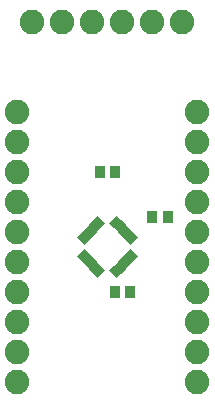
<source format=gts>
G04*
G04 #@! TF.GenerationSoftware,Altium Limited,Altium Designer,24.5.2 (23)*
G04*
G04 Layer_Color=8388736*
%FSLAX44Y44*%
%MOMM*%
G71*
G04*
G04 #@! TF.SameCoordinates,744F509C-48B8-48A5-B679-473435836381*
G04*
G04*
G04 #@! TF.FilePolarity,Negative*
G04*
G01*
G75*
%ADD14R,0.9032X1.1032*%
G04:AMPARAMS|DCode=15|XSize=0.9332mm|YSize=0.5032mm|CornerRadius=0mm|HoleSize=0mm|Usage=FLASHONLY|Rotation=45.000|XOffset=0mm|YOffset=0mm|HoleType=Round|Shape=Rectangle|*
%AMROTATEDRECTD15*
4,1,4,-0.1520,-0.5079,-0.5079,-0.1520,0.1520,0.5079,0.5079,0.1520,-0.1520,-0.5079,0.0*
%
%ADD15ROTATEDRECTD15*%

G04:AMPARAMS|DCode=16|XSize=0.9332mm|YSize=0.5032mm|CornerRadius=0mm|HoleSize=0mm|Usage=FLASHONLY|Rotation=315.000|XOffset=0mm|YOffset=0mm|HoleType=Round|Shape=Rectangle|*
%AMROTATEDRECTD16*
4,1,4,-0.5079,0.1520,-0.1520,0.5079,0.5079,-0.1520,0.1520,-0.5079,-0.5079,0.1520,0.0*
%
%ADD16ROTATEDRECTD16*%

%ADD17C,2.0828*%
D14*
X184000Y190500D02*
D03*
X197000D02*
D03*
X228450Y152400D02*
D03*
X241450D02*
D03*
X209700Y88900D02*
D03*
X196700D02*
D03*
D15*
X197324Y147966D02*
D03*
X200859Y144430D02*
D03*
X204395Y140895D02*
D03*
X207930Y137359D02*
D03*
X211466Y133824D02*
D03*
X183676Y106034D02*
D03*
X180141Y109570D02*
D03*
X176605Y113105D02*
D03*
X173070Y116641D02*
D03*
X169534Y120176D02*
D03*
D16*
X211466D02*
D03*
X207930Y116641D02*
D03*
X204395Y113105D02*
D03*
X200859Y109570D02*
D03*
X197324Y106034D02*
D03*
X169534Y133824D02*
D03*
X173070Y137359D02*
D03*
X176605Y140895D02*
D03*
X180141Y144430D02*
D03*
X183676Y147966D02*
D03*
D17*
X254000Y317500D02*
D03*
X228600D02*
D03*
X203200D02*
D03*
X177800D02*
D03*
X152400D02*
D03*
X127000D02*
D03*
X266700Y12700D02*
D03*
Y38100D02*
D03*
Y63500D02*
D03*
Y88900D02*
D03*
Y114300D02*
D03*
Y139700D02*
D03*
Y165100D02*
D03*
Y190500D02*
D03*
Y215900D02*
D03*
Y241300D02*
D03*
X114300D02*
D03*
Y215900D02*
D03*
Y190500D02*
D03*
Y165100D02*
D03*
Y139700D02*
D03*
Y114300D02*
D03*
Y88900D02*
D03*
Y63500D02*
D03*
Y38100D02*
D03*
Y12700D02*
D03*
M02*

</source>
